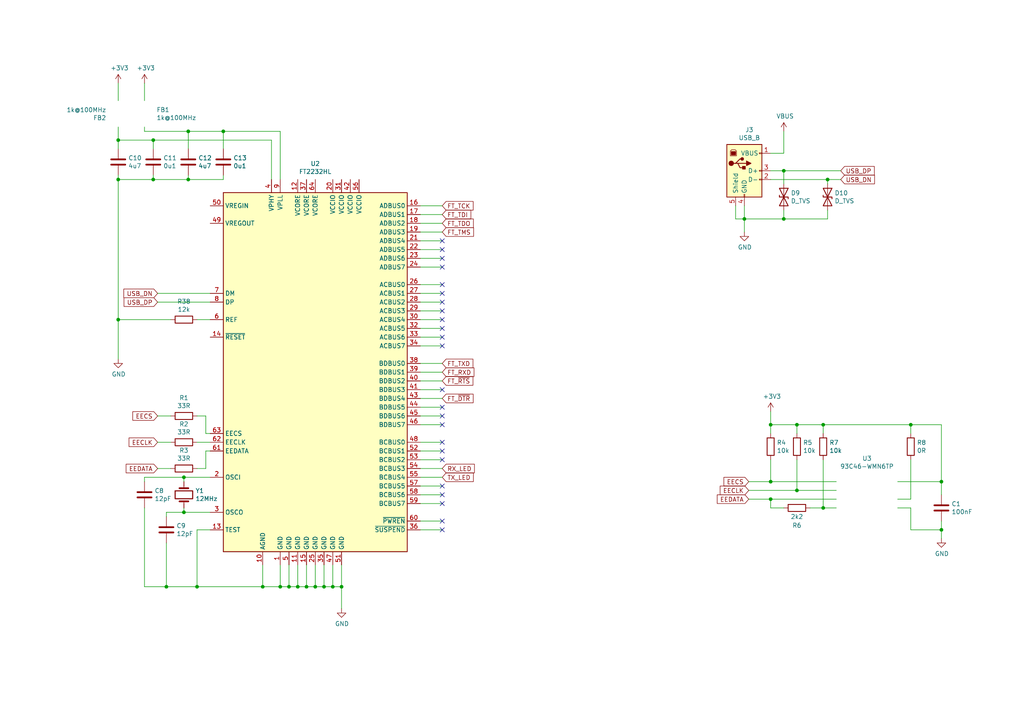
<source format=kicad_sch>
(kicad_sch (version 20211123) (generator eeschema)
  (paper "A4")
  (lib_symbols
    (symbol "Connector:USB_B" (pin_names (offset 1.016))
      (property "Reference" "J" (at -5.08 11.43 0))
      (property "Value" "USB_B" (at -5.08 8.89 0))
      (symbol "USB_B_0_1"
        (rectangle (start -5.08 -7.62) (end 5.08 7.62) (stroke (width 0.254)) (fill (type background)))
        (circle (center -3.81 2.159) (radius 0.635) (stroke (width 0.254)) (fill (type outline)))
        (rectangle (start -3.81 5.588) (end -2.54 4.572) (fill (type outline)))
        (circle (center -0.635 3.429) (radius 0.381) (stroke (width 0.254)) (fill (type outline)))
        (rectangle (start -0.127 -7.62) (end 0.127 -6.858))
        (polyline (pts (xy -1.905 2.159) (xy 0.635 2.159)) (stroke (width 0.254)))
        (polyline (pts (xy -3.175 2.159) (xy -2.54 2.159) (xy -1.27 3.429) (xy -0.635 3.429)) (stroke (width 0.254)))
        (polyline (pts (xy -2.54 2.159) (xy -1.905 2.159) (xy -1.27 0.889) (xy 0 0.889)) (stroke (width 0.254)))
        (polyline (pts (xy 0.635 2.794) (xy 0.635 1.524) (xy 1.905 2.159) (xy 0.635 2.794)) (stroke (width 0.254)) (fill (type outline)))
        (polyline (pts (xy -4.064 4.318) (xy -2.286 4.318) (xy -2.286 5.715) (xy -2.667 6.096) (xy -3.683 6.096) (xy -4.064 5.715) (xy -4.064 4.318)))
        (rectangle (start 0.254 1.27) (end -0.508 0.508) (stroke (width 0.254)) (fill (type outline)))
        (rectangle (start 5.08 -2.667) (end 4.318 -2.413))
        (rectangle (start 5.08 -0.127) (end 4.318 0.127))
        (rectangle (start 5.08 4.953) (end 4.318 5.207))
      )
      (symbol "USB_B_1_1"
        (pin power_out line (at 7.62 5.08 180) (length 2.54) (name "VBUS") (number "1"))
        (pin bidirectional line (at 7.62 -2.54 180) (length 2.54) (name "D-") (number "2"))
        (pin bidirectional line (at 7.62 0 180) (length 2.54) (name "D+") (number "3"))
        (pin power_out line (at 0 -10.16 90) (length 2.54) (name "GND") (number "4"))
        (pin passive line (at -2.54 -10.16 90) (length 2.54) (name "Shield") (number "5"))
      )
    )
    (symbol "Device:C" (pin_numbers hide) (pin_names (offset 0.254))
      (property "Reference" "C" (at 0.635 2.54 0))
      (property "Value" "C" (at 0.635 -2.54 0))
      (symbol "C_0_1"
        (polyline (pts (xy -2.032 -0.762) (xy 2.032 -0.762)) (stroke (width 0.508)))
        (polyline (pts (xy -2.032 0.762) (xy 2.032 0.762)) (stroke (width 0.508)))
      )
      (symbol "C_1_1"
        (pin passive line (at 0 3.81 270) (length 2.794) (name "~") (number "1"))
        (pin passive line (at 0 -3.81 90) (length 2.794) (name "~") (number "2"))
      )
    )
    (symbol "Device:Crystal" (pin_numbers hide) (pin_names (offset 1.016) hide)
      (property "Reference" "Y" (at 0 3.81 0))
      (property "Value" "Crystal" (at 0 -3.81 0))
      (symbol "Crystal_0_1"
        (rectangle (start -1.143 2.54) (end 1.143 -2.54) (stroke (width 0.3048)))
        (polyline (pts (xy -2.54 0) (xy -1.905 0)))
        (polyline (pts (xy -1.905 -1.27) (xy -1.905 1.27)) (stroke (width 0.508)))
        (polyline (pts (xy 1.905 -1.27) (xy 1.905 1.27)) (stroke (width 0.508)))
        (polyline (pts (xy 2.54 0) (xy 1.905 0)))
      )
      (symbol "Crystal_1_1"
        (pin passive line (at -3.81 0 0) (length 1.27) (name "1") (number "1"))
        (pin passive line (at 3.81 0 180) (length 1.27) (name "2") (number "2"))
      )
    )
    (symbol "Device:D_TVS" (pin_numbers hide) (pin_names (offset 1.016) hide)
      (property "Reference" "D" (at 0 2.54 0))
      (property "Value" "D_TVS" (at 0 -2.54 0))
      (symbol "D_TVS_0_1"
        (polyline (pts (xy 1.27 0) (xy -1.27 0)))
        (polyline (pts (xy 0.508 1.27) (xy 0 1.27) (xy 0 -1.27) (xy -0.508 -1.27)) (stroke (width 0.254)))
        (polyline (pts (xy -2.54 1.27) (xy -2.54 -1.27) (xy 2.54 1.27) (xy 2.54 -1.27) (xy -2.54 1.27)) (stroke (width 0.254)))
      )
      (symbol "D_TVS_1_1"
        (pin passive line (at -3.81 0 0) (length 2.54) (name "A1") (number "1"))
        (pin passive line (at 3.81 0 180) (length 2.54) (name "A2") (number "2"))
      )
    )
    (symbol "Device:R" (pin_numbers hide) (pin_names (offset 0))
      (property "Reference" "R" (at 2.032 0 90))
      (property "Value" "R" (at 0 0 90))
      (symbol "R_0_1"
        (rectangle (start -1.016 -2.54) (end 1.016 2.54) (stroke (width 0.254)))
      )
      (symbol "R_1_1"
        (pin passive line (at 0 3.81 270) (length 1.27) (name "~") (number "1"))
        (pin passive line (at 0 -3.81 90) (length 1.27) (name "~") (number "2"))
      )
    )
    (symbol "Interface_USB:FT2232HL"
      (property "Reference" "U" (at -26.67 53.34 0))
      (property "Value" "FT2232HL" (at 19.05 53.34 0))
      (symbol "FT2232HL_0_1"
        (rectangle (start -26.67 -52.07) (end 26.67 52.07) (stroke (width 0.254)) (fill (type background)))
      )
      (symbol "FT2232HL_1_1"
        (pin power_in line (at -10.16 -55.88 90) (length 3.81) (name "GND") (number "1"))
        (pin power_in line (at -15.24 -55.88 90) (length 3.81) (name "AGND") (number "10"))
        (pin power_in line (at -5.08 -55.88 90) (length 3.81) (name "GND") (number "11"))
        (pin power_in line (at -5.08 55.88 270) (length 3.81) (name "VCORE") (number "12"))
        (pin input line (at -30.48 -45.72 0) (length 3.81) (name "TEST") (number "13"))
        (pin input line (at -30.48 10.16 0) (length 3.81) (name "~{RESET}") (number "14"))
        (pin power_in line (at -2.54 -55.88 90) (length 3.81) (name "GND") (number "15"))
        (pin bidirectional line (at 30.48 48.26 180) (length 3.81) (name "ADBUS0") (number "16"))
        (pin bidirectional line (at 30.48 45.72 180) (length 3.81) (name "ADBUS1") (number "17"))
        (pin bidirectional line (at 30.48 43.18 180) (length 3.81) (name "ADBUS2") (number "18"))
        (pin bidirectional line (at 30.48 40.64 180) (length 3.81) (name "ADBUS3") (number "19"))
        (pin input line (at -30.48 -30.48 0) (length 3.81) (name "OSCI") (number "2"))
        (pin power_in line (at 5.08 55.88 270) (length 3.81) (name "VCCIO") (number "20"))
        (pin bidirectional line (at 30.48 38.1 180) (length 3.81) (name "ADBUS4") (number "21"))
        (pin bidirectional line (at 30.48 35.56 180) (length 3.81) (name "ADBUS5") (number "22"))
        (pin bidirectional line (at 30.48 33.02 180) (length 3.81) (name "ADBUS6") (number "23"))
        (pin bidirectional line (at 30.48 30.48 180) (length 3.81) (name "ADBUS7") (number "24"))
        (pin power_in line (at 0 -55.88 90) (length 3.81) (name "GND") (number "25"))
        (pin bidirectional line (at 30.48 25.4 180) (length 3.81) (name "ACBUS0") (number "26"))
        (pin bidirectional line (at 30.48 22.86 180) (length 3.81) (name "ACBUS1") (number "27"))
        (pin bidirectional line (at 30.48 20.32 180) (length 3.81) (name "ACBUS2") (number "28"))
        (pin bidirectional line (at 30.48 17.78 180) (length 3.81) (name "ACBUS3") (number "29"))
        (pin output line (at -30.48 -40.64 0) (length 3.81) (name "OSCO") (number "3"))
        (pin bidirectional line (at 30.48 15.24 180) (length 3.81) (name "ACBUS4") (number "30"))
        (pin power_in line (at 7.62 55.88 270) (length 3.81) (name "VCCIO") (number "31"))
        (pin bidirectional line (at 30.48 12.7 180) (length 3.81) (name "ACBUS5") (number "32"))
        (pin bidirectional line (at 30.48 10.16 180) (length 3.81) (name "ACBUS6") (number "33"))
        (pin bidirectional line (at 30.48 7.62 180) (length 3.81) (name "ACBUS7") (number "34"))
        (pin power_in line (at 2.54 -55.88 90) (length 3.81) (name "GND") (number "35"))
        (pin output line (at 30.48 -45.72 180) (length 3.81) (name "~{SUSPEND}") (number "36"))
        (pin power_in line (at -2.54 55.88 270) (length 3.81) (name "VCORE") (number "37"))
        (pin bidirectional line (at 30.48 2.54 180) (length 3.81) (name "BDBUS0") (number "38"))
        (pin bidirectional line (at 30.48 0 180) (length 3.81) (name "BDBUS1") (number "39"))
        (pin power_in line (at -12.7 55.88 270) (length 3.81) (name "VPHY") (number "4"))
        (pin bidirectional line (at 30.48 -2.54 180) (length 3.81) (name "BDBUS2") (number "40"))
        (pin bidirectional line (at 30.48 -5.08 180) (length 3.81) (name "BDBUS3") (number "41"))
        (pin power_in line (at 10.16 55.88 270) (length 3.81) (name "VCCIO") (number "42"))
        (pin bidirectional line (at 30.48 -7.62 180) (length 3.81) (name "BDBUS4") (number "43"))
        (pin bidirectional line (at 30.48 -10.16 180) (length 3.81) (name "BDBUS5") (number "44"))
        (pin bidirectional line (at 30.48 -12.7 180) (length 3.81) (name "BDBUS6") (number "45"))
        (pin bidirectional line (at 30.48 -15.24 180) (length 3.81) (name "BDBUS7") (number "46"))
        (pin power_in line (at 5.08 -55.88 90) (length 3.81) (name "GND") (number "47"))
        (pin bidirectional line (at 30.48 -20.32 180) (length 3.81) (name "BCBUS0") (number "48"))
        (pin power_out line (at -30.48 43.18 0) (length 3.81) (name "VREGOUT") (number "49"))
        (pin power_in line (at -7.62 -55.88 90) (length 3.81) (name "GND") (number "5"))
        (pin power_in line (at -30.48 48.26 0) (length 3.81) (name "VREGIN") (number "50"))
        (pin power_in line (at 7.62 -55.88 90) (length 3.81) (name "GND") (number "51"))
        (pin bidirectional line (at 30.48 -22.86 180) (length 3.81) (name "BCBUS1") (number "52"))
        (pin bidirectional line (at 30.48 -25.4 180) (length 3.81) (name "BCBUS2") (number "53"))
        (pin bidirectional line (at 30.48 -27.94 180) (length 3.81) (name "BCBUS3") (number "54"))
        (pin bidirectional line (at 30.48 -30.48 180) (length 3.81) (name "BCBUS4") (number "55"))
        (pin power_in line (at 12.7 55.88 270) (length 3.81) (name "VCCIO") (number "56"))
        (pin bidirectional line (at 30.48 -33.02 180) (length 3.81) (name "BCBUS5") (number "57"))
        (pin bidirectional line (at 30.48 -35.56 180) (length 3.81) (name "BCBUS6") (number "58"))
        (pin bidirectional line (at 30.48 -38.1 180) (length 3.81) (name "BCBUS7") (number "59"))
        (pin output line (at -30.48 15.24 0) (length 3.81) (name "REF") (number "6"))
        (pin output line (at 30.48 -43.18 180) (length 3.81) (name "~{PWREN}") (number "60"))
        (pin bidirectional line (at -30.48 -22.86 0) (length 3.81) (name "EEDATA") (number "61"))
        (pin output line (at -30.48 -20.32 0) (length 3.81) (name "EECLK") (number "62"))
        (pin output line (at -30.48 -17.78 0) (length 3.81) (name "EECS") (number "63"))
        (pin power_in line (at 0 55.88 270) (length 3.81) (name "VCORE") (number "64"))
        (pin bidirectional line (at -30.48 22.86 0) (length 3.81) (name "DM") (number "7"))
        (pin bidirectional line (at -30.48 20.32 0) (length 3.81) (name "DP") (number "8"))
        (pin input line (at -10.16 55.88 270) (length 3.81) (name "VPLL") (number "9"))
      )
    )
    (symbol "power:+3V3" (power) (pin_names (offset 0))
      (property "Value" "+3V3" (at 0 3.556 0))
      (symbol "+3V3_0_1"
        (polyline (pts (xy -0.762 1.27) (xy 0 2.54)))
        (polyline (pts (xy 0 0) (xy 0 2.54)))
        (polyline (pts (xy 0 2.54) (xy 0.762 1.27)))
      )
      (symbol "+3V3_1_1"
        (pin power_in line (at 0 0 90) (length 0) hide (name "+3V3") (number "1"))
      )
    )
    (symbol "power:GND" (power) (pin_names (offset 0))
      (property "Value" "GND" (at 0 -3.81 0))
      (symbol "GND_0_1"
        (polyline (pts (xy 0 0) (xy 0 -1.27) (xy 1.27 -1.27) (xy 0 -2.54) (xy -1.27 -1.27) (xy 0 -1.27)))
      )
      (symbol "GND_1_1"
        (pin power_in line (at 0 0 270) (length 0) hide (name "GND") (number "1"))
      )
    )
    (symbol "power:VBUS" (power) (pin_names (offset 0))
      (property "Value" "VBUS" (at 0 3.81 0))
      (symbol "VBUS_0_1"
        (polyline (pts (xy -0.762 1.27) (xy 0 2.54)))
        (polyline (pts (xy 0 0) (xy 0 2.54)))
        (polyline (pts (xy 0 2.54) (xy 0.762 1.27)))
      )
      (symbol "VBUS_1_1"
        (pin power_in line (at 0 0 90) (length 0) hide (name "VBUS") (number "1"))
      )
    )
  )
  (junction (at 88.9 170.18))
  (junction (at 223.52 123.19))
  (junction (at 96.52 170.18))
  (junction (at 57.15 170.18))
  (junction (at 53.34 138.43))
  (junction (at 273.05 153.67))
  (junction (at 99.06 170.18))
  (junction (at 93.98 170.18))
  (junction (at 34.29 52.07))
  (junction (at 238.76 123.19))
  (junction (at 227.33 49.53))
  (junction (at 227.33 63.5))
  (junction (at 81.28 170.18))
  (junction (at 231.14 123.19))
  (junction (at 86.36 170.18))
  (junction (at 54.61 52.07))
  (junction (at 64.77 38.1))
  (junction (at 34.29 92.71))
  (junction (at 76.2 170.18))
  (junction (at 53.34 148.59))
  (junction (at 238.76 147.32))
  (junction (at 231.14 142.24))
  (junction (at 54.61 38.1))
  (junction (at 223.52 144.78))
  (junction (at 83.82 170.18))
  (junction (at 223.52 139.7))
  (junction (at 240.03 52.07))
  (junction (at 215.9 63.5))
  (junction (at 264.16 123.19))
  (junction (at 48.26 170.18))
  (junction (at 273.05 139.7))
  (junction (at 91.44 170.18))
  (junction (at 44.45 40.64))
  (junction (at 34.29 40.64))
  (junction (at 44.45 52.07))
  (no_connect (at 128.27 82.55))
  (no_connect (at 128.27 123.19))
  (no_connect (at 128.27 95.25))
  (no_connect (at 128.27 87.63))
  (no_connect (at 128.27 153.67))
  (no_connect (at 128.27 100.33))
  (no_connect (at 128.27 74.93))
  (no_connect (at 128.27 97.79))
  (no_connect (at 128.27 140.97))
  (no_connect (at 128.27 77.47))
  (no_connect (at 128.27 118.11))
  (no_connect (at 128.27 133.35))
  (no_connect (at 128.27 128.27))
  (no_connect (at 128.27 146.05))
  (no_connect (at 128.27 85.09))
  (no_connect (at 128.27 143.51))
  (no_connect (at 128.27 69.85))
  (no_connect (at 128.27 130.81))
  (no_connect (at 128.27 113.03))
  (no_connect (at 128.27 120.65))
  (no_connect (at 128.27 72.39))
  (no_connect (at 128.27 90.17))
  (no_connect (at 128.27 92.71))
  (no_connect (at 128.27 151.13))
  (wire (pts (xy 121.92 110.49) (xy 128.27 110.49)))
  (wire (pts (xy 231.14 133.35) (xy 231.14 142.24)))
  (wire (pts (xy 41.91 36.83) (xy 41.91 38.1)))
  (wire (pts (xy 44.45 40.64) (xy 78.74 40.64)))
  (wire (pts (xy 41.91 24.13) (xy 41.91 29.21)))
  (wire (pts (xy 91.44 170.18) (xy 88.9 170.18)))
  (wire (pts (xy 53.34 148.59) (xy 53.34 147.32)))
  (wire (pts (xy 227.33 147.32) (xy 223.52 147.32)))
  (wire (pts (xy 53.34 148.59) (xy 48.26 148.59)))
  (wire (pts (xy 223.52 144.78) (xy 242.57 144.78)))
  (wire (pts (xy 34.29 92.71) (xy 34.29 104.14)))
  (wire (pts (xy 57.15 170.18) (xy 57.15 153.67)))
  (wire (pts (xy 93.98 163.83) (xy 93.98 170.18)))
  (wire (pts (xy 128.27 85.09) (xy 121.92 85.09)))
  (wire (pts (xy 57.15 128.27) (xy 60.96 128.27)))
  (wire (pts (xy 227.33 44.45) (xy 227.33 38.1)))
  (wire (pts (xy 45.72 128.27) (xy 49.53 128.27)))
  (wire (pts (xy 57.15 153.67) (xy 60.96 153.67)))
  (wire (pts (xy 238.76 123.19) (xy 264.16 123.19)))
  (wire (pts (xy 217.17 144.78) (xy 223.52 144.78)))
  (wire (pts (xy 128.27 120.65) (xy 121.92 120.65)))
  (wire (pts (xy 240.03 52.07) (xy 243.84 52.07)))
  (wire (pts (xy 215.9 63.5) (xy 227.33 63.5)))
  (wire (pts (xy 240.03 63.5) (xy 240.03 60.96)))
  (wire (pts (xy 88.9 170.18) (xy 86.36 170.18)))
  (wire (pts (xy 260.35 144.78) (xy 264.16 144.78)))
  (wire (pts (xy 264.16 153.67) (xy 273.05 153.67)))
  (wire (pts (xy 34.29 40.64) (xy 34.29 43.18)))
  (wire (pts (xy 81.28 170.18) (xy 76.2 170.18)))
  (wire (pts (xy 128.27 133.35) (xy 121.92 133.35)))
  (wire (pts (xy 215.9 59.69) (xy 215.9 63.5)))
  (wire (pts (xy 128.27 151.13) (xy 121.92 151.13)))
  (wire (pts (xy 227.33 63.5) (xy 240.03 63.5)))
  (wire (pts (xy 121.92 59.69) (xy 128.27 59.69)))
  (wire (pts (xy 223.52 44.45) (xy 227.33 44.45)))
  (wire (pts (xy 238.76 133.35) (xy 238.76 147.32)))
  (wire (pts (xy 48.26 148.59) (xy 48.26 149.86)))
  (wire (pts (xy 81.28 38.1) (xy 81.28 52.07)))
  (wire (pts (xy 128.27 72.39) (xy 121.92 72.39)))
  (wire (pts (xy 223.52 147.32) (xy 223.52 144.78)))
  (wire (pts (xy 86.36 163.83) (xy 86.36 170.18)))
  (wire (pts (xy 121.92 105.41) (xy 128.27 105.41)))
  (wire (pts (xy 264.16 123.19) (xy 264.16 125.73)))
  (wire (pts (xy 264.16 144.78) (xy 264.16 133.35)))
  (wire (pts (xy 128.27 146.05) (xy 121.92 146.05)))
  (wire (pts (xy 96.52 163.83) (xy 96.52 170.18)))
  (wire (pts (xy 273.05 123.19) (xy 273.05 139.7)))
  (wire (pts (xy 41.91 170.18) (xy 48.26 170.18)))
  (wire (pts (xy 34.29 52.07) (xy 34.29 50.8)))
  (wire (pts (xy 223.52 119.38) (xy 223.52 123.19)))
  (wire (pts (xy 45.72 135.89) (xy 49.53 135.89)))
  (wire (pts (xy 81.28 163.83) (xy 81.28 170.18)))
  (wire (pts (xy 240.03 52.07) (xy 240.03 53.34)))
  (wire (pts (xy 128.27 69.85) (xy 121.92 69.85)))
  (wire (pts (xy 128.27 153.67) (xy 121.92 153.67)))
  (wire (pts (xy 41.91 138.43) (xy 41.91 139.7)))
  (wire (pts (xy 45.72 85.09) (xy 60.96 85.09)))
  (wire (pts (xy 234.95 147.32) (xy 238.76 147.32)))
  (wire (pts (xy 44.45 52.07) (xy 34.29 52.07)))
  (wire (pts (xy 227.33 49.53) (xy 227.33 53.34)))
  (wire (pts (xy 217.17 139.7) (xy 223.52 139.7)))
  (wire (pts (xy 41.91 147.32) (xy 41.91 170.18)))
  (wire (pts (xy 238.76 125.73) (xy 238.76 123.19)))
  (wire (pts (xy 83.82 163.83) (xy 83.82 170.18)))
  (wire (pts (xy 64.77 38.1) (xy 64.77 43.18)))
  (wire (pts (xy 227.33 63.5) (xy 227.33 60.96)))
  (wire (pts (xy 99.06 163.83) (xy 99.06 170.18)))
  (wire (pts (xy 44.45 40.64) (xy 44.45 43.18)))
  (wire (pts (xy 128.27 143.51) (xy 121.92 143.51)))
  (wire (pts (xy 34.29 52.07) (xy 34.29 92.71)))
  (wire (pts (xy 128.27 64.77) (xy 121.92 64.77)))
  (wire (pts (xy 54.61 38.1) (xy 54.61 43.18)))
  (wire (pts (xy 59.69 125.73) (xy 60.96 125.73)))
  (wire (pts (xy 57.15 92.71) (xy 60.96 92.71)))
  (wire (pts (xy 128.27 118.11) (xy 121.92 118.11)))
  (wire (pts (xy 121.92 67.31) (xy 128.27 67.31)))
  (wire (pts (xy 264.16 123.19) (xy 273.05 123.19)))
  (wire (pts (xy 128.27 123.19) (xy 121.92 123.19)))
  (wire (pts (xy 128.27 87.63) (xy 121.92 87.63)))
  (wire (pts (xy 223.52 52.07) (xy 240.03 52.07)))
  (wire (pts (xy 128.27 92.71) (xy 121.92 92.71)))
  (wire (pts (xy 93.98 170.18) (xy 91.44 170.18)))
  (wire (pts (xy 76.2 170.18) (xy 57.15 170.18)))
  (wire (pts (xy 231.14 123.19) (xy 238.76 123.19)))
  (wire (pts (xy 128.27 140.97) (xy 121.92 140.97)))
  (wire (pts (xy 86.36 170.18) (xy 83.82 170.18)))
  (wire (pts (xy 64.77 52.07) (xy 54.61 52.07)))
  (wire (pts (xy 64.77 50.8) (xy 64.77 52.07)))
  (wire (pts (xy 128.27 130.81) (xy 121.92 130.81)))
  (wire (pts (xy 128.27 107.95) (xy 121.92 107.95)))
  (wire (pts (xy 96.52 170.18) (xy 93.98 170.18)))
  (wire (pts (xy 53.34 148.59) (xy 60.96 148.59)))
  (wire (pts (xy 128.27 77.47) (xy 121.92 77.47)))
  (wire (pts (xy 76.2 163.83) (xy 76.2 170.18)))
  (wire (pts (xy 217.17 142.24) (xy 231.14 142.24)))
  (wire (pts (xy 223.52 125.73) (xy 223.52 123.19)))
  (wire (pts (xy 59.69 135.89) (xy 57.15 135.89)))
  (wire (pts (xy 223.52 49.53) (xy 227.33 49.53)))
  (wire (pts (xy 53.34 138.43) (xy 41.91 138.43)))
  (wire (pts (xy 128.27 100.33) (xy 121.92 100.33)))
  (wire (pts (xy 128.27 113.03) (xy 121.92 113.03)))
  (wire (pts (xy 91.44 163.83) (xy 91.44 170.18)))
  (wire (pts (xy 78.74 40.64) (xy 78.74 52.07)))
  (wire (pts (xy 273.05 151.13) (xy 273.05 153.67)))
  (wire (pts (xy 121.92 135.89) (xy 128.27 135.89)))
  (wire (pts (xy 260.35 139.7) (xy 273.05 139.7)))
  (wire (pts (xy 238.76 147.32) (xy 242.57 147.32)))
  (wire (pts (xy 128.27 74.93) (xy 121.92 74.93)))
  (wire (pts (xy 227.33 49.53) (xy 243.84 49.53)))
  (wire (pts (xy 44.45 50.8) (xy 44.45 52.07)))
  (wire (pts (xy 231.14 142.24) (xy 242.57 142.24)))
  (wire (pts (xy 231.14 125.73) (xy 231.14 123.19)))
  (wire (pts (xy 260.35 147.32) (xy 264.16 147.32)))
  (wire (pts (xy 34.29 36.83) (xy 34.29 40.64)))
  (wire (pts (xy 34.29 40.64) (xy 44.45 40.64)))
  (wire (pts (xy 99.06 170.18) (xy 99.06 176.53)))
  (wire (pts (xy 264.16 147.32) (xy 264.16 153.67)))
  (wire (pts (xy 223.52 139.7) (xy 242.57 139.7)))
  (wire (pts (xy 215.9 63.5) (xy 215.9 67.31)))
  (wire (pts (xy 59.69 130.81) (xy 59.69 135.89)))
  (wire (pts (xy 128.27 115.57) (xy 121.92 115.57)))
  (wire (pts (xy 83.82 170.18) (xy 81.28 170.18)))
  (wire (pts (xy 213.36 63.5) (xy 213.36 59.69)))
  (wire (pts (xy 215.9 63.5) (xy 213.36 63.5)))
  (wire (pts (xy 223.52 123.19) (xy 231.14 123.19)))
  (wire (pts (xy 273.05 153.67) (xy 273.05 156.21)))
  (wire (pts (xy 64.77 38.1) (xy 81.28 38.1)))
  (wire (pts (xy 128.27 128.27) (xy 121.92 128.27)))
  (wire (pts (xy 273.05 139.7) (xy 273.05 143.51)))
  (wire (pts (xy 54.61 52.07) (xy 44.45 52.07)))
  (wire (pts (xy 128.27 97.79) (xy 121.92 97.79)))
  (wire (pts (xy 41.91 38.1) (xy 54.61 38.1)))
  (wire (pts (xy 57.15 120.65) (xy 59.69 120.65)))
  (wire (pts (xy 128.27 95.25) (xy 121.92 95.25)))
  (wire (pts (xy 223.52 133.35) (xy 223.52 139.7)))
  (wire (pts (xy 34.29 24.13) (xy 34.29 29.21)))
  (wire (pts (xy 128.27 82.55) (xy 121.92 82.55)))
  (wire (pts (xy 99.06 170.18) (xy 96.52 170.18)))
  (wire (pts (xy 88.9 163.83) (xy 88.9 170.18)))
  (wire (pts (xy 60.96 138.43) (xy 53.34 138.43)))
  (wire (pts (xy 59.69 120.65) (xy 59.69 125.73)))
  (wire (pts (xy 60.96 87.63) (xy 45.72 87.63)))
  (wire (pts (xy 54.61 50.8) (xy 54.61 52.07)))
  (wire (pts (xy 128.27 90.17) (xy 121.92 90.17)))
  (wire (pts (xy 60.96 130.81) (xy 59.69 130.81)))
  (wire (pts (xy 121.92 62.23) (xy 128.27 62.23)))
  (wire (pts (xy 54.61 38.1) (xy 64.77 38.1)))
  (wire (pts (xy 48.26 157.48) (xy 48.26 170.18)))
  (wire (pts (xy 45.72 120.65) (xy 49.53 120.65)))
  (wire (pts (xy 48.26 170.18) (xy 57.15 170.18)))
  (wire (pts (xy 121.92 138.43) (xy 128.27 138.43)))
  (wire (pts (xy 53.34 138.43) (xy 53.34 139.7)))
  (wire (pts (xy 34.29 92.71) (xy 49.53 92.71)))
  (global_label "TX_LED" (shape input) (at 128.27 138.43 0) (property "Intersheet References" "${INTERSHEET_REFS}" (effects hide)))
  (global_label "FT_TMS" (shape input) (at 128.27 67.31 0) (property "Intersheet References" "${INTERSHEET_REFS}" (effects hide)))
  (global_label "EECS" (shape input) (at 45.72 120.65 180) (property "Intersheet References" "${INTERSHEET_REFS}" (effects hide)))
  (global_label "FT_TDO" (shape input) (at 128.27 64.77 0) (property "Intersheet References" "${INTERSHEET_REFS}" (effects hide)))
  (global_label "USB_DP" (shape input) (at 45.72 87.63 180) (property "Intersheet References" "${INTERSHEET_REFS}" (effects hide)))
  (global_label "USB_DP" (shape input) (at 243.84 49.53 0) (property "Intersheet References" "${INTERSHEET_REFS}" (effects hide)))
  (global_label "EECLK" (shape input) (at 45.72 128.27 180) (property "Intersheet References" "${INTERSHEET_REFS}" (effects hide)))
  (global_label "RX_LED" (shape input) (at 128.27 135.89 0) (property "Intersheet References" "${INTERSHEET_REFS}" (effects hide)))
  (global_label "EEDATA" (shape input) (at 45.72 135.89 180) (property "Intersheet References" "${INTERSHEET_REFS}" (effects hide)))
  (global_label "EEDATA" (shape input) (at 217.17 144.78 180) (property "Intersheet References" "${INTERSHEET_REFS}" (effects hide)))
  (global_label "FT_TCK" (shape input) (at 128.27 59.69 0) (property "Intersheet References" "${INTERSHEET_REFS}" (effects hide)))
  (global_label "FT_TXD" (shape input) (at 128.27 105.41 0) (property "Intersheet References" "${INTERSHEET_REFS}" (effects hide)))
  (global_label "FT_RXD" (shape input) (at 128.27 107.95 0) (property "Intersheet References" "${INTERSHEET_REFS}" (effects hide)))
  (global_label "USB_DN" (shape input) (at 243.84 52.07 0) (property "Intersheet References" "${INTERSHEET_REFS}" (effects hide)))
  (global_label "FT_~{DTR}" (shape input) (at 128.27 115.57 0) (property "Intersheet References" "${INTERSHEET_REFS}" (effects hide)))
  (global_label "FT_TDI" (shape input) (at 128.27 62.23 0) (property "Intersheet References" "${INTERSHEET_REFS}" (effects hide)))
  (global_label "EECS" (shape input) (at 217.17 139.7 180) (property "Intersheet References" "${INTERSHEET_REFS}" (effects hide)))
  (global_label "USB_DN" (shape input) (at 45.72 85.09 180) (property "Intersheet References" "${INTERSHEET_REFS}" (effects hide)))
  (global_label "FT_~{RTS}" (shape input) (at 128.27 110.49 0) (property "Intersheet References" "${INTERSHEET_REFS}" (effects hide)))
  (global_label "EECLK" (shape input) (at 217.17 142.24 180) (property "Intersheet References" "${INTERSHEET_REFS}" (effects hide)))
  (symbol (lib_id "Interface_USB:FT2232HL") (at 91.44 107.95 0) (unit 1)
    (property "Reference" "U2" (at 91.44 47.4726 0))
    (property "Value" "FT2232HL" (at 91.44 49.784 0))
    (property "Footprint" "Package_QFP:LQFP-64_10x10mm_P0.5mm" (effects hide))
    (property "Datasheet" "https://www.ftdichip.com/Support/Documents/DataSheets/ICs/DS_FT2232H.pdf" (effects hide))
  )
  (symbol (lib_id "Connector:USB_B") (at 215.9 49.53 0) (unit 1)
    (property "Reference" "J3" (at 217.3478 37.6682 0))
    (property "Value" "USB_B" (at 217.3478 39.9796 0))
    (property "Footprint" "Connector_USB:USB_B_OST_USB-B1HSxx_Horizontal" (effects hide))
    (property "Datasheet" " ~" (effects hide))
  )
  (symbol (lib_id "Device:Ferrite_Bead") (at 41.91 33.02 0) (unit 1)
    (property "Reference" "FB1" (at 45.3898 31.8516 0) (effects (justify left)))
    (property "Value" "1k@100MHz" (at 45.3898 34.163 0) (effects (justify left)))
    (property "Footprint" "Resistor_SMD:R_1206_3216Metric_Pad1.30x1.75mm_HandSolder" (effects hide))
  )
  (symbol (lib_id "Device:Ferrite_Bead") (at 34.29 33.02 180) (unit 1)
    (property "Reference" "FB2" (at 30.8102 34.1884 0) (effects (justify left)))
    (property "Value" "1k@100MHz" (at 30.8102 31.877 0) (effects (justify left)))
    (property "Footprint" "Resistor_SMD:R_1206_3216Metric_Pad1.30x1.75mm_HandSolder" (effects hide))
  )
  (symbol (lib_id "93C46-WMN6TP:93C46-WMN6TP") (at 251.46 134.62 0) (unit 1)
    (property "Reference" "U3" (at 251.46 132.969 0))
    (property "Value" "93C46-WMN6TP" (at 251.46 135.2804 0))
    (property "Footprint" "Package_SO:SOIC-8_3.9x4.9mm_P1.27mm" (effects hide))
  )
  (symbol (lib_id "Device:R") (at 238.76 129.54 180) (unit 1)
    (property "Reference" "R7" (at 240.538 128.3716 0) (effects (justify right)))
    (property "Value" "10k" (at 240.538 130.683 0) (effects (justify right)))
    (property "Footprint" "Resistor_SMD:R_1206_3216Metric_Pad1.30x1.75mm_HandSolder" (effects hide))
  )
  (symbol (lib_id "Device:R") (at 231.14 129.54 180) (unit 1)
    (property "Reference" "R5" (at 232.918 128.3716 0) (effects (justify right)))
    (property "Value" "10k" (at 232.918 130.683 0) (effects (justify right)))
    (property "Footprint" "Resistor_SMD:R_1206_3216Metric_Pad1.30x1.75mm_HandSolder" (effects hide))
  )
  (symbol (lib_id "Device:R") (at 223.52 129.54 180) (unit 1)
    (property "Reference" "R4" (at 225.298 128.3716 0) (effects (justify right)))
    (property "Value" "10k" (at 225.298 130.683 0) (effects (justify right)))
    (property "Footprint" "Resistor_SMD:R_1206_3216Metric_Pad1.30x1.75mm_HandSolder" (effects hide))
  )
  (symbol (lib_id "Device:R") (at 231.14 147.32 90) (unit 1)
    (property "Reference" "R6" (at 231.14 152.4 90))
    (property "Value" "2k2" (at 231.14 149.86 90))
    (property "Footprint" "Resistor_SMD:R_1206_3216Metric_Pad1.30x1.75mm_HandSolder" (effects hide))
  )
  (symbol (lib_id "Device:R") (at 264.16 129.54 0) (unit 1)
    (property "Reference" "R8" (at 265.938 128.3716 0) (effects (justify left)))
    (property "Value" "0R" (at 265.938 130.683 0) (effects (justify left)))
    (property "Footprint" "Resistor_SMD:R_1206_3216Metric_Pad1.30x1.75mm_HandSolder" (effects hide))
  )
  (symbol (lib_id "Device:C") (at 273.05 147.32 0) (unit 1)
    (property "Reference" "C1" (at 275.971 146.1516 0) (effects (justify left)))
    (property "Value" "100nF" (at 275.971 148.463 0) (effects (justify left)))
    (property "Footprint" "Capacitor_SMD:C_1206_3216Metric_Pad1.33x1.80mm_HandSolder" (effects hide))
  )
  (symbol (lib_id "power:GND") (at 273.05 156.21 0) (unit 1)
    (property "Reference" "#PWR0101" (effects hide))
    (property "Value" "GND" (at 273.177 160.6042 0))
  )
  (symbol (lib_id "power:+3V3") (at 223.52 119.38 0) (unit 1)
    (property "Reference" "#PWR0102" (effects hide))
    (property "Value" "+3V3" (at 223.901 114.9858 0))
  )
  (symbol (lib_id "Device:R") (at 53.34 128.27 90) (unit 1)
    (property "Reference" "R2" (at 53.34 123.0122 90))
    (property "Value" "33R" (at 53.34 125.3236 90))
    (property "Footprint" "Resistor_SMD:R_1206_3216Metric_Pad1.30x1.75mm_HandSolder" (effects hide))
  )
  (symbol (lib_id "Device:R") (at 53.34 135.89 90) (unit 1)
    (property "Reference" "R3" (at 53.34 130.6322 90))
    (property "Value" "33R" (at 53.34 132.9436 90))
    (property "Footprint" "Resistor_SMD:R_1206_3216Metric_Pad1.30x1.75mm_HandSolder" (effects hide))
  )
  (symbol (lib_id "Device:R") (at 53.34 120.65 90) (unit 1)
    (property "Reference" "R1" (at 53.34 115.3922 90))
    (property "Value" "33R" (at 53.34 117.7036 90))
    (property "Footprint" "Resistor_SMD:R_1206_3216Metric_Pad1.30x1.75mm_HandSolder" (effects hide))
  )
  (symbol (lib_id "power:GND") (at 99.06 176.53 0) (unit 1)
    (property "Reference" "#PWR0103" (effects hide))
    (property "Value" "GND" (at 99.187 180.9242 0))
  )
  (symbol (lib_id "power:GND") (at 215.9 67.31 0) (unit 1)
    (property "Reference" "#PWR0104" (effects hide))
    (property "Value" "GND" (at 216.027 71.7042 0))
  )
  (symbol (lib_id "power:VBUS") (at 227.33 38.1 0) (unit 1)
    (property "Reference" "#PWR0105" (effects hide))
    (property "Value" "VBUS" (at 227.711 33.7058 0))
  )
  (symbol (lib_id "power:+3V3") (at 34.29 24.13 0) (unit 1)
    (property "Reference" "#PWR0124" (effects hide))
    (property "Value" "+3V3" (at 34.671 19.7358 0))
  )
  (symbol (lib_id "power:+3V3") (at 41.91 24.13 0) (unit 1)
    (property "Reference" "#PWR0125" (effects hide))
    (property "Value" "+3V3" (at 42.291 19.7358 0))
  )
  (symbol (lib_id "Device:C") (at 34.29 46.99 0) (unit 1)
    (property "Reference" "C10" (at 37.211 45.8216 0) (effects (justify left)))
    (property "Value" "4u7" (at 37.211 48.133 0) (effects (justify left)))
    (property "Footprint" "Capacitor_SMD:C_1206_3216Metric_Pad1.33x1.80mm_HandSolder" (effects hide))
  )
  (symbol (lib_id "Device:C") (at 44.45 46.99 0) (unit 1)
    (property "Reference" "C11" (at 47.371 45.8216 0) (effects (justify left)))
    (property "Value" "0u1" (at 47.371 48.133 0) (effects (justify left)))
    (property "Footprint" "Capacitor_SMD:C_1206_3216Metric_Pad1.33x1.80mm_HandSolder" (effects hide))
  )
  (symbol (lib_id "Device:C") (at 54.61 46.99 0) (unit 1)
    (property "Reference" "C12" (at 57.531 45.8216 0) (effects (justify left)))
    (property "Value" "4u7" (at 57.531 48.133 0) (effects (justify left)))
    (property "Footprint" "Capacitor_SMD:C_1206_3216Metric_Pad1.33x1.80mm_HandSolder" (effects hide))
  )
  (symbol (lib_id "Device:C") (at 64.77 46.99 0) (unit 1)
    (property "Reference" "C13" (at 67.691 45.8216 0) (effects (justify left)))
    (property "Value" "0u1" (at 67.691 48.133 0) (effects (justify left)))
    (property "Footprint" "Capacitor_SMD:C_1206_3216Metric_Pad1.33x1.80mm_HandSolder" (effects hide))
  )
  (symbol (lib_id "power:GND") (at 34.29 104.14 0) (unit 1)
    (property "Reference" "#PWR0126" (effects hide))
    (property "Value" "GND" (at 34.417 108.5342 0))
  )
  (symbol (lib_id "Device:R") (at 53.34 92.71 270) (unit 1)
    (property "Reference" "R38" (at 53.34 87.4522 90))
    (property "Value" "12k" (at 53.34 89.7636 90))
    (property "Footprint" "Resistor_SMD:R_1206_3216Metric_Pad1.30x1.75mm_HandSolder" (effects hide))
  )
  (symbol (lib_id "Device:D_TVS") (at 227.33 57.15 270) (unit 1)
    (property "Reference" "D9" (at 229.362 55.9816 90) (effects (justify left)))
    (property "Value" "D_TVS" (at 229.362 58.293 90) (effects (justify left)))
    (property "Footprint" "Diode_SMD:D_0603_1608Metric_Pad1.05x0.95mm_HandSolder" (effects hide))
  )
  (symbol (lib_id "Device:D_TVS") (at 240.03 57.15 270) (unit 1)
    (property "Reference" "D10" (at 242.062 55.9816 90) (effects (justify left)))
    (property "Value" "D_TVS" (at 242.062 58.293 90) (effects (justify left)))
    (property "Footprint" "Diode_SMD:D_0603_1608Metric_Pad1.05x0.95mm_HandSolder" (effects hide))
  )
  (symbol (lib_id "Device:Crystal") (at 53.34 143.51 270) (unit 1)
    (property "Reference" "Y1" (at 56.6674 142.3416 90) (effects (justify left)))
    (property "Value" "12MHz" (at 56.6674 144.653 90) (effects (justify left)))
    (property "Footprint" "Crystal:Crystal_SMD_HC49-SD_HandSoldering" (effects hide))
  )
  (symbol (lib_id "Device:C") (at 41.91 143.51 0) (unit 1)
    (property "Reference" "C8" (at 44.831 142.3416 0) (effects (justify left)))
    (property "Value" "12pF" (at 44.831 144.653 0) (effects (justify left)))
    (property "Footprint" "Capacitor_SMD:C_1206_3216Metric_Pad1.33x1.80mm_HandSolder" (effects hide))
  )
  (symbol (lib_id "Device:C") (at 48.26 153.67 0) (unit 1)
    (property "Reference" "C9" (at 51.181 152.5016 0) (effects (justify left)))
    (property "Value" "12pF" (at 51.181 154.813 0) (effects (justify left)))
    (property "Footprint" "Capacitor_SMD:C_1206_3216Metric_Pad1.33x1.80mm_HandSolder" (effects hide))
  )
)
</source>
